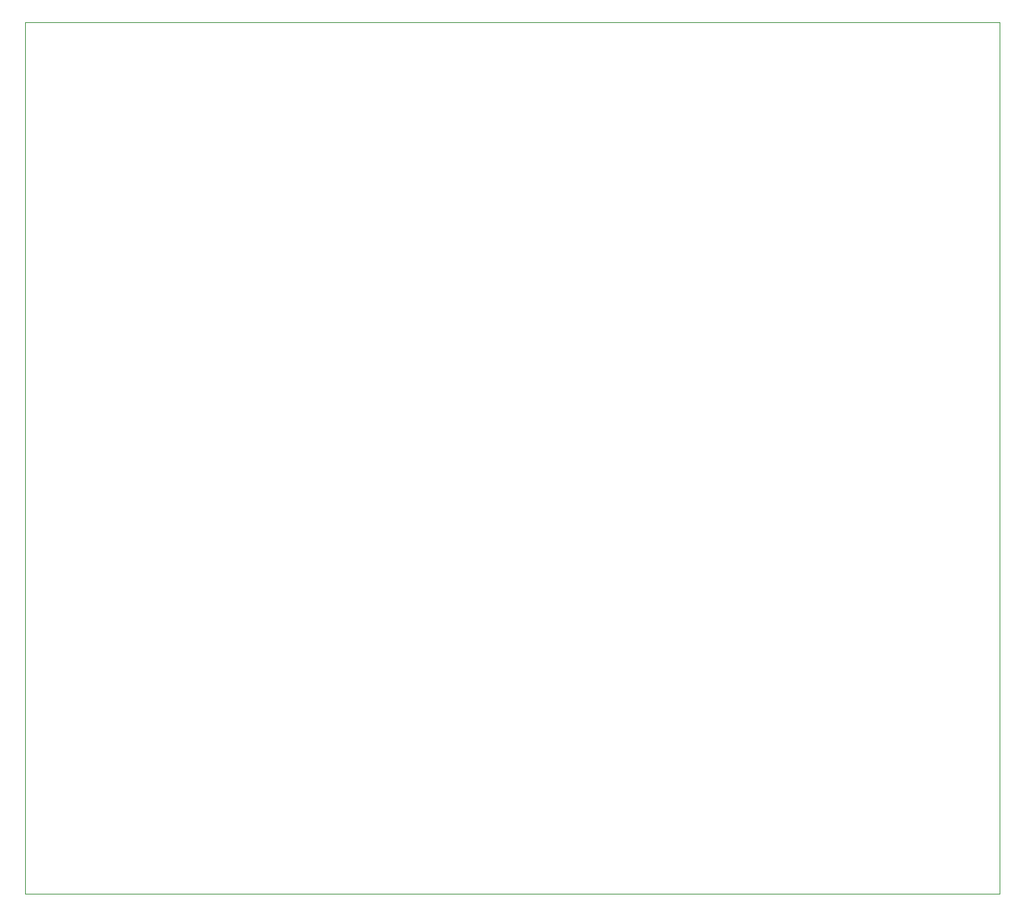
<source format=gbr>
%TF.GenerationSoftware,KiCad,Pcbnew,(6.0.5)*%
%TF.CreationDate,2022-06-09T13:10:53-04:00*%
%TF.ProjectId,32-STEPPER-DRIVER-BOARD,33322d53-5445-4505-9045-522d44524956,rev?*%
%TF.SameCoordinates,Original*%
%TF.FileFunction,Profile,NP*%
%FSLAX46Y46*%
G04 Gerber Fmt 4.6, Leading zero omitted, Abs format (unit mm)*
G04 Created by KiCad (PCBNEW (6.0.5)) date 2022-06-09 13:10:53*
%MOMM*%
%LPD*%
G01*
G04 APERTURE LIST*
%TA.AperFunction,Profile*%
%ADD10C,0.100000*%
%TD*%
G04 APERTURE END LIST*
D10*
X40640000Y-15170000D02*
X155640000Y-15170000D01*
X155640000Y-15170000D02*
X155640000Y-118020000D01*
X155640000Y-118020000D02*
X40640000Y-118020000D01*
X40640000Y-118020000D02*
X40640000Y-15170000D01*
M02*

</source>
